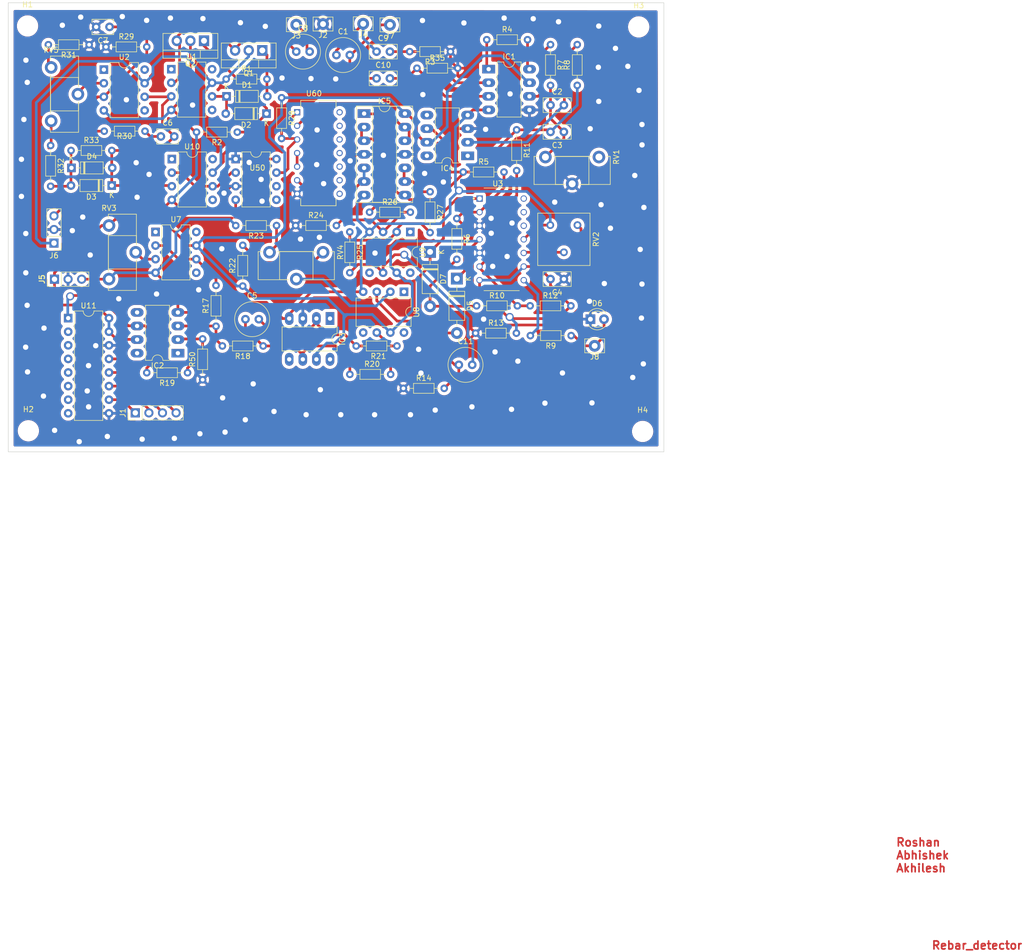
<source format=kicad_pcb>
(kicad_pcb (version 20221018) (generator pcbnew)
  (layers (0 "F.Cu" signal) (31 "B.Cu" signal) (34 "B.Paste" user) (35 "F.Paste" user) (36 "B.SilkS" user "B.Silkscreen") (37 "F.SilkS" user "F.Silkscreen") (38 "B.Mask" user) (39 "F.Mask" user) (44 "Edge.Cuts" user))
  (net 0 "")
  (net 1 "Net-(C2-Pad1)")
  (net 2 "Net-(C2-Pad2)")
  (net 3 "GND")
  (net 4 "Net-(C5-Pad1)")
  (net 5 "Net-(C5-Pad2)")
  (net 6 "Net-(C6-Pad1)")
  (net 7 "Vin")
  (net 8 "Net-(U2-+)")
  (net 9 "Net-(Q1-S)")
  (net 10 "Net-(C9-Pad2)")
  (net 11 "Net-(C10-Pad2)")
  (net 12 "Net-(D1-K)")
  (net 13 "Net-(D1-A)")
  (net 14 "Net-(D2-K)")
  (net 15 "Net-(D3-A)")
  (net 16 "Net-(D5-A)")
  (net 17 "Net-(D6-A)")
  (net 18 "Net-(IC1-Pad1)")
  (net 19 "-5V")
  (net 20 "Net-(IC1-Pad6)")
  (net 21 "+5V")
  (net 22 "Net-(IC1-Pad8)")
  (net 24 "Net-(IC2-Pad2)")
  (net 25 "Net-(IC2-Pad3)")
  (net 34 "Net-(IC5B-B)")
  (net 35 "Net-(IC5C-C)")
  (net 36 "-12V")
  (net 37 "Net-(IC5D-B)")
  (net 38 "Net-(IC5B-C)")
  (net 39 "+12V")
  (net 40 "Net-(J1-Pin_1)")
  (net 41 "Net-(J1-Pin_2)")
  (net 42 "Net-(J1-Pin_3)")
  (net 43 "Net-(J1-Pin_4)")
  (net 44 "Net-(U7--)")
  (net 45 "Net-(R21-Pad1)")
  (net 46 "Net-(R22-Pad2)")
  (net 47 "Net-(R23-Pad1)")
  (net 48 "Net-(U9-+)")
  (net 49 "Net-(U9--)")
  (net 50 "Net-(U8-+)")
  (net 51 "Net-(U60-1A)")
  (net 52 "Net-(R31-Pad2)")
  (net 53 "Net-(R32-Pad1)")
  (net 54 "Net-(U7-+)")
  (net 55 "Net-(U8--)")
  (net 56 "Net-(U2--)")
  (net 73 "Net-(U10--)")
  (net 85 "Net-(J4-Pin_1)")
  (net 86 "Net-(J7-Pin_1)")
  (net 87 "Net-(J3-Pin_1)")
  (net 88 "Net-(U60-2Y)")
  (net 95 "Net-(U60-VCC)")
  (net 96 "Net-(C4-Pad2)")
  (net 97 "Net-(D5-K)")
  (net 98 "Net-(D7-A)")
  (net 99 "Net-(R9-Pad2)")
  (net 100 "Net-(R10-Pad2)")
  (net 101 "Net-(RV2-Pad2)")
  (net 102 "Net-(U11-CH0)")
  (net 103 "Net-(IC5B-A)")
  (net 104 "Net-(C11-Pad2)")
  (footprint "Package_TO_SOT_THT:TO-220-3_Vertical" (layer "F.Cu") (at 63.6524 22.2706 180)
    (fp_text reference "Q1")
    (fp_text value "IRLZ44N")
  )
  (footprint "Resistor_THT:R_Axial_DIN0204_L3.6mm_D1.6mm_P7.62mm_Horizontal" (layer "F.Cu") (at 103.69 70)
    (fp_text reference "R10")
    (fp_text value "10k")
  )
  (footprint "Resistor_THT:R_Axial_DIN0204_L3.6mm_D1.6mm_P7.62mm_Horizontal" (layer "F.Cu") (at 90.0176 85.4202)
    (fp_text reference "R14")
    (fp_text value "1k")
  )
  (footprint "Resistor_THT:R_Axial_DIN0204_L3.6mm_D1.6mm_P7.62mm_Horizontal" (layer "F.Cu") (at 117.5 21.19 -90)
    (fp_text reference "R7")
    (fp_text value "7.6k")
  )
  (footprint "Resistor_THT:R_Axial_DIN0204_L3.6mm_D1.6mm_P7.62mm_Horizontal" (layer "F.Cu") (at 31.2928 21.209 180)
    (fp_text reference "R31")
    (fp_text value "10k")
  )
  (footprint "Package_DIP:DIP-8_W7.62mm" (layer "F.Cu") (at 46.6444 25.791)
    (fp_text reference "U1")
    (fp_text value "LM741")
  )
  (footprint "Connector_PinHeader_2.54mm:PinHeader_1x03_P2.54mm_Vertical" (layer "F.Cu") (at 24.725 58.28 180)
    (fp_text reference "J6")
    (fp_text value "Conn_01x03")
  )
  (footprint "Diode_THT:D_DO-41_SOD81_P10.16mm_Horizontal" (layer "F.Cu") (at 100 64.92 -90)
    (fp_text reference "D5")
    (fp_text value "1N4001")
  )
  (footprint "Resistor_THT:R_Axial_DIN0204_L3.6mm_D1.6mm_P7.62mm_Horizontal" (layer "F.Cu") (at 111.175 37.115 -90)
    (fp_text reference "R11")
    (fp_text value "20k")
  )
  (footprint "Resistor_THT:R_Axial_DIN0204_L3.6mm_D1.6mm_P7.62mm_Horizontal" (layer "F.Cu") (at 92.55 25.6)
    (fp_text reference "R35")
    (fp_text value "1.7K")
  )
  (footprint "Resistor_THT:R_Axial_DIN0204_L3.6mm_D1.6mm_P7.62mm_Horizontal" (layer "F.Cu") (at 41.7322 37.3634 180)
    (fp_text reference "R30")
    (fp_text value "1.3K")
  )
  (footprint "MountingHole:MountingHole_3mm" (layer "F.Cu") (at 19.7866 17.7038)
    (fp_text reference "H1")
    (fp_text value "MountingHole")
  )
  (footprint "Resistor_THT:R_Axial_DIN0204_L3.6mm_D1.6mm_P7.62mm_Horizontal" (layer "F.Cu") (at 27.915 40.975)
    (fp_text reference "R33")
    (fp_text value "10k")
  )
  (footprint "MountingHole:MountingHole_3mm" (layer "F.Cu") (at 19.939 93.345)
    (fp_text reference "H2")
    (fp_text value "MountingHole")
  )
  (footprint "Resistor_THT:R_Axial_DIN0204_L3.6mm_D1.6mm_P7.62mm_Horizontal" (layer "F.Cu") (at 55 73.81 90)
    (fp_text reference "R17")
    (fp_text value "1k")
  )
  (footprint "Capacitor_THT:C_Disc_D5.0mm_W2.5mm_P2.50mm" (layer "F.Cu") (at 117.5 32.5)
    (fp_text reference "C2")
    (fp_text value "0.1uF")
  )
  (footprint "Diode_THT:D_DO-35_SOD27_P7.62mm_Horizontal" (layer "F.Cu") (at 56.9722 30.861)
    (fp_text reference "D1")
    (fp_text value "1N4148")
  )
  (footprint "Connector_Pin:Pin_D1.1mm_L10.2mm_W3.5mm_Flat" (layer "F.Cu") (at 82.5 17.2974)
    (fp_text reference "J4")
    (fp_text value "Conn_01x01_Pin")
  )
  (footprint "Package_DIP:DIP-8_W7.62mm_LongPads" (layer "F.Cu") (at 105.95 25.775)
    (fp_text reference "IC1")
    (fp_text value "INA118")
  )
  (footprint "Capacitor_THT:C_Radial_D6.3mm_H5.0mm_P2.50mm" (layer "F.Cu") (at 100.37 81.026)
    (fp_text reference "C11")
    (fp_text value "1uF")
  )
  (footprint "Connector_Pin:Pin_D1.1mm_L10.2mm_W3.5mm_Flat" (layer "F.Cu") (at 125.75 77.475)
    (fp_text reference "J8")
    (fp_text value "Conn_01x01_Pin")
  )
  (footprint "MountingHole:MountingHole_3mm" (layer "F.Cu") (at 133.985 17.8816)
    (fp_text reference "H3")
    (fp_text value "MountingHole")
  )
  (footprint "LED_THT:LED_D3.0mm" (layer "F.Cu") (at 124.96 72.5)
    (fp_text reference "D6")
    (fp_text value "LED")
  )
  (footprint "Capacitor_THT:C_Radial_D6.3mm_H5.0mm_P2.50mm" (layer "F.Cu") (at 77.5 23.1394)
    (fp_text reference "C1")
    (fp_text value "4.7uF")
  )
  (footprint "Resistor_THT:R_Axial_DIN0204_L3.6mm_D1.6mm_P7.62mm_Horizontal" (layer "F.Cu") (at 58.9788 37.5412 180)
    (fp_text reference "R2")
    (fp_text value "10K")
  )
  (footprint "Resistor_THT:R_Axial_DIN0204_L3.6mm_D1.6mm_P7.62mm_Horizontal" (layer "F.Cu") (at 67.2592 31.115 -90)
    (fp_text reference "R28")
    (fp_text value "10k")
  )
  (footprint "Connector_Pin:Pin_D1.1mm_L10.2mm_W3.5mm_Flat" (layer "F.Cu") (at 75 17.3482)
    (fp_text reference "J2")
    (fp_text value "Conn_01x01_Pin")
  )
  (footprint "Diode_THT:D_DO-41_SOD81_P10.16mm_Horizontal" (layer "F.Cu") (at 95 59.92 -90)
    (fp_text reference "D7")
    (fp_text value "1N4001")
  )
  (footprint "Package_DIP:DIP-8_W7.62mm_LongPads" (layer "F.Cu") (at 102.025 41.975 180)
    (fp_text reference "IC4")
    (fp_text value "OP27Z")
  )
  (footprint "Connector_Pin:Pin_D1.1mm_L10.2mm_W3.5mm_Flat" (layer "F.Cu") (at 70 17.4752)
    (fp_text reference "J3")
    (fp_text value "Conn_01x01_Pin")
  )
  (footprint "Resistor_THT:R_Axial_DIN0204_L3.6mm_D1.6mm_P7.62mm_Horizontal" (layer "F.Cu") (at 69.88 55)
    (fp_text reference "R24")
    (fp_text value "10k")
  )
  (footprint "Package_DIP:DIP-16_W7.62mm" (layer "F.Cu") (at 27.38 72.3)
    (fp_text reference "U11")
    (fp_text value "MCP3008")
  )
  (footprint "Package_TO_SOT_THT:TO-220-3_Vertical" (layer "F.Cu") (at 52.7558 20.4724 180)
    (fp_text reference "Q2")
    (fp_text value "IRF9540N")
  )
  (footprint "Connector_Pin:Pin_D1.1mm_L10.2mm_W3.5mm_Flat" (layer "F.Cu") (at 87.5 17.5)
    (fp_text reference "J7")
    (fp_text value "Conn_01x01_Pin")
  )
  (footprint "Resistor_THT:R_Axial_DIN0204_L3.6mm_D1.6mm_P7.62mm_Horizontal" (layer "F.Cu") (at 113.69 70)
    (fp_text reference "R12")
    (fp_text value "20k")
  )
  (footprint "Resistor_THT:R_Axial_DIN0204_L3.6mm_D1.6mm_P7.62mm_Horizontal" (layer "F.Cu") (at 98.81 22.5 180)
    (fp_text reference "R3")
    (fp_text value "1.7K")
  )
  (footprint "Capacitor_THT:C_Disc_D3.8mm_W2.6mm_P2.50mm" (layer "F.Cu") (at 44.6986 38.354)
    (fp_text reference "C6")
    (fp_text value "22pF")
  )
  (footprint "Resistor_THT:R_Axial_DIN0204_L3.6mm_D1.6mm_P7.62mm_Horizontal" (layer "F.Cu") (at 121.3612 75.565 180)
    (fp_text reference "R9")
    (fp_text value "100")
  )
  (footprint "Package_DIP:DIP-8_W7.62mm" (layer "F.Cu") (at 34.046 25.8672)
    (fp_text reference "U2")
    (fp_text value "LM741")
  )
  (footprint "Package_DIP:DIP-8_W7.62mm_LongPads" (layer "F.Cu") (at 47.875 78.85 180)
    (fp_text reference "IC2")
    (fp_text value "OP27Z")
  )
  (footprint "Connector_PinHeader_2.54mm:PinHeader_1x04_P2.54mm_Vertical" (layer "F.Cu") (at 39.92 90 90)
    (fp_text reference "J1")
    (fp_text value "Conn_01x04_Pin")
  )
  (footprint "Package_DIP:DIP-8_W7.62mm" (layer "F.Cu") (at 43.7 56.2)
    (fp_text reference "U7")
    (fp_text value "LM741P")
  )
  (footprint "Resistor_THT:R_Axial_DIN0204_L3.6mm_D1.6mm_P7.62mm_Horizontal" (layer "F.Cu") (at 52.5 83.81 90)
    (fp_text reference "R50")
    (fp_text value "1k")
  )
  (footprint "Capacitor_THT:C_Disc_D5.0mm_W2.5mm_P2.50mm" (layer "F.Cu") (at 120 65 180)
    (fp_text reference "C4")
    (fp_text value "1uF")
  )
  (footprint "Package_DIP:DIP-8_W7.62mm" (layer "F.Cu") (at 46.746 42.5804)
    (fp_text reference "U10")
    (fp_text value "LM741P")
  )
  (footprint "Resistor_THT:R_Axial_DIN0204_L3.6mm_D1.6mm_P7.62mm_Horizontal" (layer "F.Cu") (at 83.69 52.5)
    (fp_text reference "R26")
    (fp_text value "10k")
  )
  (footprint "Resistor_THT:R_Axial_DIN0204_L3.6mm_D1.6mm_P7.62mm_Horizontal" (layer "F.Cu") (at 80.01 82.804)
    (fp_text reference "R20")
    (fp_text value "15k")
  )
  (footprint "Capacitor_THT:C_Disc_D5.0mm_W2.5mm_P2.50mm" (layer "F.Cu") (at 120 37.5 180)
    (fp_text reference "C3")
    (fp_text value "0.1uF")
  )
  (footprint "Diode_THT:D_DO-35_SOD27_P7.62mm_Horizontal" (layer "F.Cu") (at 27.99 44.225)
    (fp_text reference "D4")
    (fp_text value "1N4448")
  )
  (footprint "Capacitor_THT:C_Radial_D6.3mm_H5.0mm_P2.50mm" (layer "F.Cu") (at 70 22.5)
    (fp_text reference "C8")
    (fp_text value "4.7uF")
  )
  (footprint "LM324N_NOPB:DIP825W47P254L1917H533Q14" (layer "F.Cu") (at 108.3725 57.58)
    (fp_text reference "U3")
    (fp_text value "LM324N_NOPB")
  )
  (footprint "Potentiometer_THT:Potentiometer_ACP_CA14-H5_Horizontal" (layer "F.Cu") (at 35 55)
    (fp_text reference "RV3")
    (fp_text value "10k")
  )
  (footprint "Resistor_THT:R_Axial_DIN0204_L3.6mm_D1.6mm_P7.62mm_Horizontal" (layer "F.Cu") (at 100 53.69 -90)
    (fp_text reference "R6")
    (fp_text value "10k")
  )
  (footprint "Resistor_THT:R_Axial_DIN0204_L3.6mm_D1.6mm_P7.62mm_Horizontal" (layer "F.Cu") (at 95 48.69 -90)
    (fp_text reference "R27")
    (fp_text value "10k")
  )
  (footprint "Resistor_THT:R_Axial_DIN0204_L3.6mm_D1.6mm_P7.62mm_Horizontal" (layer "F.Cu") (at 101.19 45)
    (fp_text reference "R5")
    (fp_text value "10k")
  )
  (footprint "Resistor_THT:R_Axial_DIN0204_L3.6mm_D1.6mm_P7.62mm_Horizontal" (layer "F.Cu") (at 88.81 77.5 180)
    (fp_text reference "R21")
    (fp_text value "15k")
  )
  (footprint "Resistor_THT:R_Axial_DIN0204_L3.6mm_D1.6mm_P7.62mm_Horizontal" (layer "F.Cu") (at 34.4424 21.6154)
    (fp_text reference "R29")
    (fp_text value "1.3k")
  )
  (footprint "MountingHole:MountingHole_3mm" (layer "F.Cu") (at 134.7216 93.472)
    (fp_text reference "H4")
    (fp_text value "MountingHole")
  )
  (footprint "Potentiometer_THT:Potentiometer_ACP_CA14-H5_Horizontal" (layer "F.Cu") (at 24.1954 25.4546)
    (fp_text reference "RV5")
    (fp_text value "10k")
  )
  (footprint "Resistor_THT:R_Axial_DIN0204_L3.6mm_D1.6mm_P7.62mm_Horizontal" (layer "F.Cu") (at 66.31 55 180)
    (fp_text reference "R23")
    (fp_text value "10k")
  )
  (footprint "Package_DIP:DIP-8_W7.62mm_LongPads" (layer "F.Cu") (at 76.3 72.375 -90)
    (fp_text reference "IC3")
    (fp_text value "OP27Z")
  )
  (footprint "Capacitor_THT:C_Disc_D5.0mm_W2.5mm_P2.50mm" (layer "F.Cu") (at 85 27.5)
    (fp_text reference "C10")
    (fp_text value "0.1uF")
  )
  (footprint "Potentiometer_THT:Potentiometer_ACP_CA14-H5_Horizontal" (layer "F.Cu") (at 75 60 -90)
    (fp_text reference "RV4")
    (fp_text value "500")
  )
  (footprint "Resistor_THT:R_Axial_DIN0204_L3.6mm_D1.6mm_P7.62mm_Horizontal" (layer "F.Cu") (at 60 66.31 90)
    (fp_text reference "R22")
    (fp_text value "10k")
  )
  (footprint "Resistor_THT:R_Axial_DIN0204_L3.6mm_D1.6mm_P7.62mm_Horizontal" (layer "F.Cu") (at 122.5 28.81 90)
    (fp_text reference "R8")
    (fp_text value "30.47k")
  )
  (footprint "SN7404N_MODEL:DIP794W45P254L1969H508Q14" (layer "F.Cu") (at 74.1265 41.4528)
    (fp_text reference "U60")
    (fp_text value "SN7404N")
  )
  (footprint "Resistor_THT:R_Axial_DIN0204_L3.6mm_D1.6mm_P7.62mm_Horizontal" (layer "F.Cu") (at 49.6824 82.5 180)
    (fp_text reference "R19")
    (fp_text value "1k")
  )
  (footprint "Resistor_THT:R_Axial_DIN0204_L3.6mm_D1.6mm_P7.62mm_Horizontal" (layer "F.Cu") (at 24.1 40.04 -90)
    (fp_text reference "R32")
    (fp_text value "10k")
  )
  (footprint "Resistor_THT:R_Axial_DIN0204_L3.6mm_D1.6mm_P7.62mm_Horizontal" (layer "F.Cu") (at 103.505 75.1078)
    (fp_text reference "R13")
    (fp_text value "20k")
  )
  (footprint "Resistor_THT:R_Axial_DIN0204_L3.6mm_D1.6mm_P7.62mm_Horizontal" (layer "F.Cu") (at 105.59 20.275)
    (fp_text reference "R4")
    (fp_text value "470")
  )
  (footprint "Resistor_THT:R_Axial_DIN0204_L3.6mm_D1.6mm_P7.62mm_Horizontal" (layer "F.Cu") (at 56.896 27.6352)
    (fp_text reference "R1")
    (fp_text value "10K")
  )
  (footprint "Resistor_THT:R_Axial_DIN0204_L3.6mm_D1.6mm_P7.62mm_Horizontal" (layer "F.Cu") (at 80 56.19 -90)
    (fp_text reference "R25")
    (fp_text value "10k")
  )
  (footprint "Diode_THT:D_DO-35_SOD27_P7.62mm_Horizontal" (layer "F.Cu") (at 64.4398 34.0868 180)
    (fp_text reference "D2")
    (fp_text value "1N4148")
  )
  (footprint "Capacitor_THT:C_Disc_D5.0mm_W2.5mm_P2.50mm" (layer "F.Cu") (at 85 22.5)
    (fp_text reference "C9")
    (fp_text value "0.1uF")
  )
  (footprint "Package_DIP:DIP-14_W7.62mm_Socket_LongPads" (layer "F.Cu") (at 82.675 34.075)
    (fp_text reference "IC5")
    (fp_text value "4066")
  )
  (footprint "Package_DIP:DIP-8_W7.62mm" (layer "F.Cu") (at 90.12 67.38 -90)
    (fp_text reference "U8")
    (fp_text value "LM318N")
  )
  (footprint "Connector_PinHeader_2.54mm:PinHeader_1x03_P2.54mm_Vertical" (layer "F.Cu") (at 24.82 65.025 90)
    (fp_text reference "J5")
    (fp_text value "Conn_01x03")
  )
  (footprint "Potentiometer_THT:Potentiometer_Bourns_3386F_Vertical" (layer "F.Cu") (at 117.46 54.92 -90)
    (fp_text reference "RV2")
    (fp_text value "5k")
  )
  (footprint "Package_DIP:DIP-8_W7.62mm" (layer "F.Cu") (at 91.3 56.2 -90)
    (fp_text reference "U9")
    (fp_text value "LM741P")
  )
  (footprint "Diode_THT:D_DO-35_SOD27_P7.62mm_Horizontal" (layer "F.Cu") (at 35.515 47.525 180)
    (fp_text reference "D3")
    (fp_text value "1N4448")
  )
  (footprint "Potentiometer_THT:Potentiometer_ACP_CA14-H5_Horizontal" (layer "F.Cu") (at 126.55 42.2 -90)
    (fp_text reference "RV1")
    (fp_text value "100")
  )
  (footprint "Capacitor_THT:C_Disc_D3.8mm_W2.6mm_P2.50mm" (layer "F.Cu") (at 35.1082 17.8816 180)
    (fp_text reference "C7")
    (fp_text value "22pF")
  )
  (footprint "Package_DIP:DIP-8_W7.62mm" (layer "F.Cu") (at 58.674 42.5704)
    (fp_text reference "U50")
    (fp_text value "LM311N")
  )
  (footprint "Resistor_THT:R_Axial_DIN0204_L3.6mm_D1.6mm_P7.62mm_Horizontal" (layer "F.Cu") (at 63.81 77.5 180)
    (fp_text reference "R18")
    (fp_text value "1k")
  )
  (footprint "Capacitor_THT:C_Radial_D6.3mm_H5.0mm_P2.50mm" (layer "F.Cu") (at 60.5 72.5)
    (fp_text reference "C5")
    (fp_text value "1uF")
  )
  (gr_rect (start 16.1798 13.3731) (end 138.684 97.285) (stroke (width 0.1)) (fill none) (layer "Edge.Cuts"))
  (gr_text "Rebar_detector\n" (at 188.6 190.375) (layer "F.Cu") (effects (font (size 1.5 1.5) (thickness 0.3) bold) (justify left bottom)))
  (gr_text "Roshan\nAbhishek\nAkhilesh" (at 181.95 175.95) (layer "F.Cu") (effects (font (size 1.5 1.5) (thickness 0.3) bold) (justify left bottom)))
  (segment (start 120 38.75) (end 116.55 42.2) (width 0.5) (layer "F.Cu") (net 1))
  (segment (start 117.5 35) (end 120 37.5) (width 0.5) (layer "F.Cu") (net 1))
  (segment (start 117.5 32.5) (end 117.5 28.81) (width 0.5) (layer "F.Cu") (net 1))
  (segment (start 117.5 32.5) (end 117.5 35) (width 0.5) (layer "F.Cu") (net 1))
  (segment (start 120 37.5) (end 120 38.75) (width 0.5) (layer "F.Cu") (net 1))
  (segment (start 120.0912 23.5988) (end 122.5 21.19) (width 0.5) (layer "F.Cu") (net 2))
  (segment (start 120.0912 32.4088) (end 120.0912 23.5988) (width 0.5) (layer "F.Cu") (net 2))
  (segment (start 120 32.5) (end 120.0912 32.4088) (width 0.5) (layer "F.Cu") (net 2))
  (segment (start 102.025 39.435) (end 113.065 39.435) (width 0.5) (layer "B.Cu") (net 2))
  (segment (start 113.065 39.435) (end 120 32.5) (width 0.5) (layer "B.Cu") (net 2))
  (segment (start 81.2664 41.695) (end 82.675 41.695) (width 0.5) (layer "F.Cu") (net 3))
  (segment (start 24.725 55.74) (end 27.94 55.74) (width 0.5) (layer "F.Cu") (net 3))
  (segment (start 109.95 32.353) (end 110.992 33.395) (width 0.5) (layer "F.Cu") (net 3))
  (segment (start 57.7996 47.6504) (end 56.5 48.95) (width 0.5) (layer "F.Cu") (net 3))
  (segment (start 124.96 72.5) (end 124.96 69.335) (width 0.5) (layer "F.Cu") (net 3))
  (segment (start 58.674 47.6504) (end 57.7996 47.6504) (width 0.5) (layer "F.Cu") (net 3))
  (segment (start 124.96 69.335) (end 124.775 69.15) (width 0.5) (layer "F.Cu") (net 3))
  (segment (start 105.245 36.895) (end 105.375 37.025) (width 0.5) (layer "F.Cu") (net 3))
  (segment (start 27.94 55.74) (end 28.15 55.95) (width 0.5) (layer "F.Cu") (net 3))
  (segment (start 60.565879 42.5704) (end 61.204813 43.209334) (width 0.5) (layer "F.Cu") (net 3))
  (segment (start 102.025 36.895) (end 105.245 36.895) (width 0.5) (layer "F.Cu") (net 3))
  (segment (start 98.81 22.5) (end 98.81 24.24) (width 0.5) (layer "F.Cu") (net 3))
  (segment (start 82.1944 41.3512) (end 83.2262 41.3512) (width 0.5) (layer "F.Cu") (net 3))
  (segment (start 58.674 42.5704) (end 60.565879 42.5704) (width 0.5) (layer "F.Cu") (net 3))
  (segment (start 80.0608 42.9006) (end 81.2664 41.695) (width 0.5) (layer "F.Cu") (net 3))
  (segment (start 98.81 24.24) (end 100.17 25.6) (width 0.5) (layer "F.Cu") (net 3))
  (segment (start 110.992 33.395) (end 113.57 33.395) (width 0.5) (layer "F.Cu") (net 3))
  (segment (start 109.95 30.4) (end 109.95 32.353) (width 0.5) (layer "F.Cu") (net 3))
  (segment (start 32.595 77.38) (end 32.525 77.45) (width 0.5) (layer "F.Cu") (net 3))
  (segment (start 35 77.38) (end 32.595 77.38) (width 0.5) (layer "F.Cu") (net 3))
  (via (at 63.4238 46.3804) (size 1.5) (drill 1) (layers "F.Cu" "B.Cu") (net 3))
  (via (at 73.8886 37.1348) (size 1.5) (drill 1) (layers "F.Cu" "B.Cu") (net 3))
  (via (at 26.289 17.5768) (size 1.5) (drill 1) (layers "F.Cu" "B.Cu") (net 3))
  (via (at 134.493 72.2884) (size 1.5) (drill 1) (layers "F.Cu" "B.Cu") (net 3))
  (via (at 36.83 68.6816) (size 1.5) (drill 1) (layers "F.Cu" "B.Cu") (net 3))
  (via (at 56.0832 59.3344) (size 1.5) (drill 1) (layers "F.Cu" "B.Cu") (net 3))
  (via (at 19.4564 56.4896) (size 1.5) (drill 1) (layers "F.Cu" "B.Cu") (net 3))
  (via (at 22.86 74.168) (size 1.5) (drill 1) (layers "F.Cu" "B.Cu") (net 3))
  (via (at 31.1912 88.8746) (size 1.5) (drill 1) (layers "F.Cu" "B.Cu") (net 3))
  (via (at 51.7652 67.0052) (size 1.5) (drill 1) (layers "F.Cu" "B.Cu") (net 3))
  (via (at 118.999 16.9164) (size 1.5) (drill 1) (layers "F.Cu" "B.Cu") (net 3))
  (via (at 74.3204 57.2008) (size 1.5) (drill 1) (layers "F.Cu" "B.Cu") (net 3))
  (via (at 19.4818 24.1046) (size 1.5) (drill 1) (layers "F.Cu" "B.Cu") (net 3))
  (via (at 106.7 62.625) (size 1.5) (drill 1) (layers "F.Cu" "B.Cu") (net 3))
  (via (at 19.7866 82.3468) (size 1.5) (drill 1) (layers "F.Cu" "B.Cu") (net 3))
  (via (at 86.275 41.875) (size 1.5) (drill 1) (layers "F.Cu" "B.Cu") (net 3))
  (via (at 134.5946 65.9384) (size 1.5) (drill 1) (layers "F.Cu" "B.Cu") (net 3))
  (via (at 119.7356 82.55) (size 1.5) (drill 1) (layers "F.Cu" "B.Cu") (net 3))
  (via (at 18.6436 42.6212) (size 1.5) (drill 1) (layers "F.Cu" "B.Cu") (net 3))
  (via (at 46.482 16.2306) (size 1.5) (drill 1) (layers "F.Cu" "B.Cu") (net 3))
  (via (at 56.6928 93.599) (size 1.5) (drill 1) (layers "F.Cu" "B.Cu") (net 3))
  (via (at 109.95 30.4) (size 1.5) (drill 1) (layers "F.Cu" "B.Cu") (net 3))
  (via (at 42.037 16.6624) (size 1.5) (drill 1) (layers "F.Cu" "B.Cu") (net 3))
  (via (at 97.4852 46.863) (size 1.5) (drill 1) (layers "F.Cu" "B.Cu") (net 3))
  (via (at 134.605479 39.927493) (size 1.5) (drill 1) (layers "F.Cu" "B.Cu") (net 3))
  (via (at 125.2474 88.138) (size 1.5) (drill 1) (layers "F.Cu" "B.Cu") (net 3))
  (via (at 41.1988 94.9198) (size 1.5) (drill 1) (layers "F.Cu" "B.Cu") (net 3))
  (via (at 118.2878 50.6222) (size 1.5) (drill 1) (layers "F.Cu" "B.Cu") (net 3))
  (via (at 105.375 37.025) (size 1.5) (drill 1) (layers "F.Cu" "B.Cu") (net 3))
  (via (at 70.7898 57.531) (size 1.5) (drill 1) (layers "F.Cu" "B.Cu") (net 3))
  (via (at 116.459 88.1888) (size 1.5) (drill 1) (layers "F.Cu" "B.Cu") (net 3))
  (via (at 95.9612 89.4842) (size 1.5) (drill 1) (layers "F.Cu" "B.Cu") (net 3))
  (via (at 22.7584 86.868) (size 1.5) (drill 1) (layers "F.Cu" "B.Cu") (net 3))
  (via (at 106.4006 53.6448) (size 1.5) (drill 1) (layers "F.Cu" "B.Cu") (net 3))
  (via (at 127.5588 65.8368) (size 1.5) (drill 1) (layers "F.Cu" "B.Cu") (net 3))
  (via (at 78.314532 90.343103) (size 1.5) (drill 1) (layers "F.Cu" "B.Cu") (net 3))
  (via (at 30.9372 85.9028) (size 1.5) (drill 1) (layers "F.Cu" "B.Cu") (net 3))
  (via (at 56.5 48.95) (size 1.5) (drill 1) (layers "F.Cu" "B.Cu") (net 3))
  (via (at 84.6328 90.3478) (size 1.5) (drill 1) (layers "F.Cu" "B.Cu") (net 3))
  (via (at 129.6416 21.8948) (size 1.5) (drill 1) (layers "F.Cu" "B.Cu") (net 3))
  (via (at 77.3684 27.6098) (size 1.5) (drill 1) (layers "F.Cu" "B.Cu") (net 3))
  (via (at 132.8674 83.3882) (size 1.5) (drill 1) (layers "F.Cu" "B.Cu") (net 3))
  (via (at 134.2644 59.4614) (size 1.5) (drill 1) (layers "F.Cu" "B.Cu") (net 3))
  (via (at 114.2746 16.3576) (size 1.5) (drill 1) (layers "F.Cu" "B.Cu") (net 3))
  (via (at 56.2356 87.1982) (size 1.5) (drill 1) (layers "F.Cu" "B.Cu") (net 3))
  (via (at 31.18 81.175) (size 1.5) (drill 1) (layers "F.Cu" "B.Cu") (net 3))
  (via (at 75.1078 47.1678) (size 1.5) (drill 1) (layers "F.Cu" "B.Cu") (net 3))
  (via (at 19.7104 69.9008) (size 1.5) (drill 1) (layers "F.Cu" "B.Cu") (net 3))
  (via (at 110.216358 89.341355) (size 1.5) (drill 1) (layers "F.Cu" "B.Cu") (net 3))
  (via (at 105.0036 72.4916) (size 1.5) (drill 1) (layers "F.Cu" "B.Cu") (net 3))
  (via (at 108.839 16.2306) (size 1.5) (drill 1) (layers "F.Cu" "B.Cu") (net 3))
  (via (at 18.6436 49.5554) (size 1.5) (drill 1) (layers "F.Cu" "B.Cu") (net 3))
  (via (at 134.9502 51.6128) (size 1.5) (drill 1) (layers "F.Cu" "B.Cu") (net 3))
  (via (at 61.9506 84.582) (size 1.5) (drill 1) (layers "F.Cu" "B.Cu") (net 3))
  (via (at 126.5174 17.7292) (size 1.5) (drill 1) (layers "F.Cu" "B.Cu") (net 3))
  (via (at 110.3122 54.5338) (size 1.5) (drill 1) (layers "F.Cu" "B.Cu") (net 3))
  (via (at 65.8368 89.7382) (size 1.5) (drill 1) (layers "F.Cu" "B.Cu") (net 3))
  (via (at 124.9172 36.9062) (size 1.5) (drill 1) (layers "F.Cu" "B.Cu") (net 3))
  (via (at 126.4412 25.4254) (size 1.5) (drill 1) (layers "F.Cu" "B.Cu") (net 3))
  (via (at 74.4982 85.6742) (size 1.5) (drill 1) (layers "F.Cu" "B.Cu") (net 3))
  (via (at 19.431 77.724) (size 1.5) (drill 1) (layers "F.Cu" "B.Cu") (net 3))
  (via (at 50.6222 32.4866) (size 1.5) (drill 1) (layers "F.Cu" "B.Cu") (net 3))
  (via (at 31.496 60.5028) (size 1.5) (drill 1) (layers "F.Cu" "B.Cu") (net 3))
  (via (at 133.2484 45.6438) (size 1.5) (drill 1) (layers "F.Cu" "B.Cu") (net 3))
  (via (at 63.6016 50.4444) (size 1.5) (drill 1) (layers "F.Cu" "B.Cu") (net 3))
  (via (at 24.8412 93.2688) (size 1.5) (drill 1) (layers "F.Cu" "B.Cu") (net 3))
  (via (at 101.3206 17.145) (size 1.5) (drill 1) (layers "F.Cu" "B.Cu") (net 3))
  (via (at 40.0812 43.2562) (size 1.5) (drill 1) (layers "F.Cu" "B.Cu") (net 3))
  (via (at 32.525 77.45) (size 1.5) (drill 1) (layers "F.Cu" "B.Cu") (net 3))
  (via (at 92.8624 78.1304) (size 1.5) (drill 1) (layers "F.Cu" "B.Cu") (net 3))
  (via (at 38.2524 31.496) (size 1.5) (drill 1) (layers "F.Cu" "B.Cu") (net 3))
  (via (at 134.5946 36.1188) (size 1.5) (drill 1) (layers "F.Cu" "B.Cu") (net 3))
  (via (at 93.6498 30.5308) (size 1.5) (drill 1) (layers "F.Cu" "B.Cu") (net 3))
  (via (at 124.775 69.15) (size 1.5) (drill 1) (layers "F.Cu" "B.Cu") (net 3))
  (via (at 37.4904 15.9512) (size 1.5) (drill 1) (layers "F.Cu" "B.Cu") (net 3))
  (via (at 131.953 25.2476) (size 1.5) (drill 1) (layers "F.Cu" "B.Cu") (net 3))
  (via (at 34.6964 94.4118) (size 1.5) (drill 1) (layers "F.Cu" "B.Cu") (net 3))
  (via (at 126.9492 51.1048) (size 1.5) (drill 1) (layers "F.Cu" "B.Cu") (net 3))
  (via (at 64.2112 17.78) (size 1.5) (drill 1) (layers "F.Cu" "B.Cu") (net 3))
  (via (at 93.98 45.2628) (size 1.5) (drill 1) (layers "F.Cu" "B.Cu") (net 3))
  (via (at 107.1372 78.613) (size 1.5) (drill 1) (layers "F.Cu" "B.Cu") (net 3))
  (via (at 128.7018 55.499) (size 1.5) (drill 1) (layers "F.Cu" "B.Cu") (net 3))
  (via (at 80.0608 42.9006) (size 1.5) (drill 1) (layers "F.Cu" "B.Cu") (net 3))
  (via (at 19.4564 63.8302) (size 1.5) (drill 1) (layers "F.Cu" "B.Cu") (net 3))
  (via (at 134.8486 80.8482) (size 1.5) (drill 1) (layers "F.Cu" "B.Cu") (net 3))
  (via (at 28.15 55.95) (size 1.5) (drill 1) (layers "F.Cu" "B.Cu") (net 3))
  (via (at 51.9938 93.9038) (size 1.5) (drill 1) (layers "F.Cu" "B.Cu") (net 3))
  (via (at 40.259 49.7078) (size 1.5) (drill 1) (layers "F.Cu" "B.Cu") (net 3))
  (via (at 19.729974 28.244363) (size 1.5) (drill 1) (layers "F.Cu" "B.Cu") (net 3))
  (via (at 43.8912 67.7926) (size 1.5) (drill 1) (layers "F.Cu" "B.Cu") (net 3))
  (via (at 93.5736 16.6878) (size 1.5) (drill 1) (layers "F.Cu" "B.Cu") (net 3))
  (via (at 106.426 56.4388) (size 1.5) (drill 1) (layers "F.Cu" "B.Cu") (net 3))
  (via (at 102.8192 88.8746) (size 1.5) (drill 1) (layers "F.Cu" "B.Cu") (net 3))
  (via (at 61.204813 43.209334) (size 1.5) (drill 1) (layers "F.Cu" "B.Cu") (net 3))
  (via (at 30.099 53.4162) (size 1.5) (drill 1) (layers "F.Cu" "B.Cu") (net 3))
  (via (at 71.841698 90.343103) (size 1.5) (drill 1) (layers "F.Cu" "B.Cu") (net 3))
  (via (at 59.563 17.0942) (size 1.5) (drill 1) (layers "F.Cu" "B.Cu") (net 3))
  (via (at 29.718 16.0528) (size 1.5) (drill 1) (layers "F.Cu" "B.Cu") (net 3))
  (via (at 52.5526 16.3322) (size 1.5) (drill 1) (layers "F.Cu" "B.Cu") (net 3))
  (via (at 73.8124 43.6118) (size 1.5) (drill 1) (layers "F.Cu" "B.Cu") (net 3))
  (via (at 111.4044 80.3402) (size 1.5) (drill 1) (layers "F.Cu" "B.Cu") (net 3))
  (via (at 42.4942 45.4406) (size 1.5) (drill 1) (layers "F.Cu" "B.Cu") (net 3))
  (via (at 93.2942 82.5754) (size 1.5) (drill 1) (layers "F.Cu" "B.Cu") (net 3))
  (via (at 67.3354 27.432) (size 1.5) (drill 1) (layers "F.Cu" "B.Cu") (net 3))
  (via (at 91.337258 90.343103) (size 1.5) (drill 1) (layers "F.Cu" "B.Cu") (net 3))
  (via (at 84.709 60.1472) (size 1.5) (drill 1) (layers "F.Cu" "B.Cu") (net 3))
  (via (at 29.4386 95.377) (size 1.5) (drill 1) (layers "F.Cu" "B.Cu") (net 3))
  (via (at 72.7456 27.5336) (size 1.5) (drill 1) (layers "F.Cu" "B.Cu") (net 3))
  (via (at 60.4774 91.2876) (size 1.5) (drill 1) (layers "F.Cu" "B.Cu") (net 3))
  (via (at 19.1008 35.179) (size 1.5) (drill 1) (layers "F.Cu" "B.Cu") (net 3))
  (via (at 47.2186 94.7674) (size 1.5) (drill 1) (layers "F.Cu" "B.Cu") (net 3))
  (via (at 126.5174 31.8008) (size 1.5) (drill 1) (layers "F.Cu" "B.Cu") (net 3))
  (via (at 134.0358 29.7434) (size 1.5) (drill 1) (layers "F.Cu" "B.Cu") (net 3))
  (via (at 109.3978 60.7822) (size 1.5) (drill 1) (layers "F.Cu" "B.Cu") (net 3))
  (segment (start 82.675 41.695) (end 86.095 41.695) (width 0.5) (layer "B.Cu") (net 3))
  (segment (start 86.275 41.875) (end 90.115 41.875) (width 0.5) (layer "B.Cu") (net 3))
  (segment (start 86.095 41.695) (end 86.275 41.875) (width 0.5) (layer "B.Cu") (net 3))
  (segment (start 106.7 62.625) (end 106.7 62.575) (width 0.5) (layer "B.Cu") (net 3))
  (segment (start 90.115 41.875) (end 90.295 41.695) (width 0.5) (layer "B.Cu") (net 3))
  (segment (start 106.7 62.575) (end 104.245 60.12) (width 0.5) (layer "B.Cu") (net 3))
  (segment (start 80.01 80.13) (end 77.38 77.5) (width 0.5) (layer "F.Cu") (net 4))
  (segment (start 69.5498 77.5) (end 63.81 77.5) (width 0.5) (layer "F.Cu") (net 4))
  (segment (start 72.5 77.5) (end 71.23 78.77) (width 0.5) (layer "F.Cu") (net 4))
  (segment (start 70.8198 78.77) (end 69.5498 77.5) (width 0.5) (layer "F.Cu") (net 4))
  (segment (start 60.5 74.19) (end 60.5 72.5) (width 0.5) (layer "F.Cu") (net 4))
  (segment (start 77.38 77.5) (end 72.5 77.5) (width 0.5) (layer "F.Cu") (net 4))
  (segment (start 80.01 82.804) (end 80.01 80.13) (width 0.5) (layer "F.Cu") (net 4))
  (segment (start 71.23 78.77) (end 70.8198 78.77) (width 0.5) (layer "F.Cu") (net 4))
  (segment (start 63.81 77.5) (end 60.5 74.19) (width 0.5) (layer "F.Cu") (net 4))
  (segment (start 73.76 73.2774) (end 75.8952 75.4126) (width 0.5) (layer "F.Cu") (net 5))
  (segment (start 75.8952 75.4126) (end 79.1026 75.4126) (width 0.5) (layer "F.Cu") (net 5))
  (segment (start 84.612 77.5) (end 81.19 77.5) (width 0.5) (layer "F.Cu") (net 5))
  (segment (start 87.63 80.518) (end 84.612 77.5) (width 0.5) (layer "F.Cu") (net 5))
  (segment (start 65.3284 74.8284) (end 72.009 74.8284) (width 0.5) (layer "F.Cu") (net 5))
  (segment (start 73.76 73.0774) (end 73.76 72.375) (width 0.5) (layer "F.Cu") (net 5))
  (segment (start 72.009 74.8284) (end 73.76 73.0774) (width 0.5) (layer "F.Cu") (net 5))
  (segment (start 79.1026 75.4126) (end 81.19 77.5) (width 0.5) (layer "F.Cu") (net 5))
  (segment (start 73.76 72.375) (end 73.76 73.2774) (width 0.5) (layer "F.Cu") (net 5))
  (segment (start 87.63 82.804) (end 87.63 80.518) (width 0.5) (layer "F.Cu") (net 5))
  (segment (start 63 72.5) (end 65.3284 74.8284) (width 0.5) (layer "F.Cu") (net 5))
  (segment (start 44.6986 38.354) (end 42.7228 38.354) (width 0.5) (layer "F.Cu") (net 6))
  (segment (start 42.7228 38.354) (end 41.7322 37.3634) (width 0.5) (layer "F.Cu") (net 6))
  (segment (start 46.5682 30.9472) (end 46.6444 30.871) (width 0.5) (layer "F.Cu") (net 7))
  (segment (start 41.666 30.9472) (end 46.5682 30.9472) (width 0.5) (layer "F.Cu") (net 7))
  (segment (start 46.6106 47.525) (end 46.746 47.6604) (width 0.5) (layer "F.Cu") (net 7))
  (segment (start 45 36.1554) (end 47.1986 38.354) (width 0.5) (layer "F.Cu") (net 7))
  (segment (start 45 32.5) (end 45 36.1554) (width 0.5) (layer "F.Cu") (net 7))
  (segment (start 35.515 47.525) (end 46.6106 47.525) (width 0.5) (layer "F.Cu") (net 7))
  (segment (start 44.5776 40.975) (end 35.535 40.975) (width 0.5) (layer "F.Cu") (net 7))
  (segment (start 45.0154 32.5) (end 45 32.5) (width 0.5) (layer "F.Cu") (net 7))
  (segment (start 35.515 40.995) (end 35.535 40.975) (width 0.5) (layer "F.Cu") (net 7))
  (segment (start 35.515 47.525) (end 35.515 40.995) (width 0.5) (layer "F.Cu") (net 7))
  (segment (start 47.1986 38.354) (end 44.5776 40.975) (width 0.5) (layer "F.Cu") (net 7))
  (segment (start 46.6444 30.871) (end 45.0154 32.5) (width 0.5) (layer "F.Cu") (net 7))
  (segment (start 31.6484 36.3474) (end 32.6644 37.3634) (width 0.5) (layer "F.Cu") (net 8))
  (segment (start 42.0624 21.6154) (end 42.0624 22.9308) (width 0.5) (layer "F.Cu") (net 8))
  (segment (start 39.8816 17.8816) (end 35.1082 17.8816) (width 0.5) (layer "F.Cu") (net 8))
  (segment (start 32.6644 37.3634) (end 34.1122 37.3634) (width 0.5) (layer "F.Cu") (net 8))
  (segment (start 31.6484 32.1818) (end 31.6484 36.3474) (width 0.5) (layer "F.Cu") (net 8))
  (segment (start 34.046 30.9472) (end 32.883 30.9472) (width 0.5) (layer "F.Cu") (net 8))
  (segment (start 32.883 30.9472) (end 31.6484 32.1818) (width 0.5) (layer "F.Cu") (net 8))
  (segment (start 42.0624 21.6154) (end 42.0624 20.0624) (width 0.5) (layer "F.Cu") (net 8))
  (segment (start 42.0624 20.0624) (end 39.8816 17.8816) (width 0.5) (layer "F.Cu") (net 8))
  (segment (start 42.0624 22.9308) (end 34.046 30.9472) (width 0.5) (layer "F.Cu") (net 8))
  (segment (start 60.5536 19.9644) (end 67.4644 19.9644) (width 0.5) (layer "F.Cu") (net 9))
  (segment (start 49.4792 17.9578) (end 47.6758 19.7612) (width 0.5) (layer "F.Cu") (net 9))
  (segment (start 56.8452 20.5434) (end 56.8452 18.923) (width 0.5) (layer "F.Cu") (net 9))
  (segment (start 47.6758 19.7612) (end 47.6758 20.4724) (width 0.5) (layer "F.Cu") (net 9))
  (segment (start 67.4644 19.9644) (end 70 22.5) (width 0.5) (layer "F.Cu") (net 9))
  (segment (start 55.88 17.9578) (end 49.4792 17.9578) (width 0.5) (layer "F.Cu") (net 9))
  (segment (start 58.5724 22.2706) (end 58.5724 21.9456) (width 0.5) (layer "F.Cu") (net 9))
  (segment (start 58.5724 21.9456) (end 60.5536 19.9644) (width 0.5) (layer "F.Cu") (net 9))
  (segment (start 48.1944 27.341) (end 47.2044 28.331) (width 0.5) (layer "F.Cu") (net 9))
  (segment (start 47.6758 20.4724) (end 48.1944 20.991) (width 0.5) (layer "F.Cu") (net 9))
  (segment (start 48.1944 20.991) (end 48.1944 27.341) (width 0.5) (layer "F.Cu") (net 9))
  (segment (start 56.8452 18.923) (end 55.88 17.9578) (width 0.5) (layer "F.Cu") (net 9))
  (segment (start 58.5724 22.2706) (end 56.8452 20.5434) (width 0.5) (layer "F.Cu") (net 9))
  (segment (start 47.2044 28.331) (end 46.6444 28.331) (width 0.5) (layer "F.Cu") (net 9))
  (segment (start 94.09 22.5) (end 99.905 28.315) (width 0.5) (layer "F.Cu") (net 10))
  (segment (start 87.5 22.5) (end 91.19 22.5) (width 0.5) (layer "F.Cu") (net 10))
  (segment (start 99.905 28.315) (end 105.95 28.315) (width 0.5) (layer "F.Cu") (net 10))
  (segment (start 91.19 22.5) (end 94.09 22.5) (width 0.5) (layer "F.Cu") (net 10))
  (segment (start 92.55 25.6) (end 92.55 25.875) (width 0.5) (layer "F.Cu") (net 11))
  (segment (start 90.65 27.5) (end 92.55 25.6) (width 0.5) (layer "F.Cu") (net 11))
  (segment (start 92.55 25.6) (end 97.805 30.855) (width 0.5) (layer "F.Cu") (net 11))
  (segment (start 92.55 25.875) (end 92.375 26.05) (width 0.5) (layer "F.Cu") (net 11))
  (segment (start 97.805 30.855) (end 105.95 30.855) (width 0.5) (layer "F.Cu") (net 11))
  (segment (start 87.5 27.5) (end 90.65 27.5) (width 0.5) (layer "F.Cu") (net 11))
  (segment (start 56.9722 30.861) (end 56.9722 33.9344) (width 0.5) (layer "F.Cu") (net 12))
  (segment (start 56.9622 30.871) (end 56.9722 30.861) (width 0.5) (layer "F.Cu") (net 12))
  (segment (start 56.9722 33.9344) (end 56.8198 34.0868) (width 0.5) (layer "F.Cu") (net 12))
  (segment (start 54.2644 30.871) (end 56.9622 30.871) (width 0.5) (layer "F.Cu") (net 12))
  (segment (start 64.516 23.1342) (end 63.6524 22.2706) (width 0.5) (layer "F.Cu") (net 13))
  (segment (start 64.516 30.7848) (end 64.5922 30.861) (width 0.5) (layer "F.Cu") (net 13))
  (segment (start 64.516 27.6352) (end 64.516 30.7848) (width 0.5) (layer "F.Cu") (net 13))
  (segment (start 64.516 27.6352) (end 64.516 23.1342) (width 0.5) (layer "F.Cu") (net 13))
  (segment (start 64.4398 34.0868) (end 64.4398 33.0868) (width 0.5) (layer "F.Cu") (net 14))
  (segment (start 60.9854 37.5412) (end 64.4398 34.0868) (width 0.5) (layer "F.Cu") (net 14))
  (segment (start 58.9788 37.5412) (end 60.9854 37.5412) (width 0.5) (layer "F.Cu") (net 14))
  (segment (start 52.7558 21.4028) (end 52.7558 20.4724) (width 0.5) (layer "F.Cu") (net 14))
  (segment (start 64.4398 33.0868) (end 52.7558 21.4028) (width 0.5) (layer "F.Cu") (net 14))
  (segment (start 24.1 47.66) (end 27.76 47.66) (width 0.5) (layer "F.Cu") (net 15))
  (segment (start 27.895 47.525) (end 27.895 40.995) (width 0.5) (layer "F.Cu") (net 15))
  (segment (start 27.895 40.995) (end 27.915 40.975) (width 0.5) (layer "F.Cu") (net 15))
  (segment (start 27.76 47.66) (end 27.895 47.525) (width 0.5) (layer "F.Cu") (net 15))
  (segment (start 95 62.5) (end 93.15 64.35) (width 0.5) (layer "F.Cu") (net 16))
  (segment (start 95.08 75.08) (end 100 75.08) (width 0.5) (layer "F.Cu") (net 16))
  (segment (start 93.15 64.35) (end 93.15 73.15) (width 0.5) (layer "F.Cu") (net 16))
  (segment (start 97.5 52.5) (end 97.5 57.42) (width 0.5) (layer "F.Cu") (net 16))
  (segment (start 100.04 49.96) (end 97.5 52.5) (width 0.5) (layer "F.Cu") (net 16))
  (segment (start 95 59.92) (end 95 62.5) (width 0.5) (layer "F.Cu") (net 16))
  (segment (start 104.245 49.96) (end 100.04 49.96) (width 0.5) (layer "F.Cu") (net 16))
  (segment (start 93.15 73.15) (end 95.08 75.08) (width 0.5) (layer "F.Cu") (net 16))
  (segment (start 97.5 57.42) (end 95 59.92) (width 0.5) (layer "F.Cu") (net 16))
  (segment (start 125.75 77.475) (end 123.785 77.475) (width 0.5) (layer "F.Cu") (net 17))
  (segment (start 127.5 75.725) (end 125.75 77.475) (width 0.5) (layer "F.Cu") (net 17))
  (segment (start 123.785 77.475) (end 121.875 75.565) (width 0.5) (layer "F.Cu") (net 17))
  (segment (start 121.875 75.565) (end 121.3612 75.565) (width 0.5) (layer "F.Cu") (net 17))
  (segment (start 127.5 72.5) (end 127.5 75.725) (width 0.5) (layer "F.Cu") (net 17))
  (segment (start 105.59 20.275) (end 105.59 25.415) (width 0.5) (layer "F.Cu") (net 18))
  (segment (start 105.59 25.415) (end 105.95 25.775) (width 0.5) (layer "F.Cu") (net 18))
  (segment (start 47.875 71.23) (end 47.875 67.995) (width 0.5) (layer "F.Cu") (net 19))
  (segment (start 68.68 71.5534) (end 72.8534 67.38) (width 0.5) (layer "F.Cu") (net 19))
  (segment (start 117.46 54.92) (end 115.16 54.92) (width 0.5) (layer "F.Cu") (net 19))
  (segment (start 68.68 72.375) (end 67.4474 72.375) (width 0.5) (layer "F.Cu") (net 19))
  (segment (start 102.985 33.395) (end 102.025 34.355) (width 0.5) (layer "F.Cu") (net 19))
  (segment (start 47.875 67.995) (end 43.7 63.82) (width 0.5) (layer "F.Cu") (net 19))
  (segment (start 72.8534 67.38) (end 82.5 67.38) (width 0.5) (layer "F.Cu") (net 19))
  (segment (start 55.9816 69.342) (end 54.0936 71.23) (width 0.5) (layer "F.Cu") (net 19))
  (segment (start 64.4144 69.342) (end 55.9816 69.342) (width 0.5) (layer "F.Cu") (net 19))
  (segment (start 68.68 72.375) (end 68.68 71.5534) (width 0.5) (layer "F.Cu") (net 19))
  (segment (start 115.16 54.92) (end 112.5 57.58) (width 0.5) (layer "F.Cu") (net 19))
  (segment (start 34.975 65.025) (end 35 65) (width 0.5) (layer "F.Cu") (net 19))
  (segment (start 105.95 33.395) (end 102.985 33.395) (width 0.5) (layer "F.Cu") (net 19))
  (segment (start 29.9 65.025) (end 34.975 65.025) (width 0.5) (layer "F.Cu") (net 19))
  (segment (start 54.0936 71.23) (end 47.875 71.23) (width 0.5) (layer "F.Cu") (net 19))
  (segment (start 67.4474 72.375) (end 64.4144 69.342) (width 0.5) (layer "F.Cu") (net 19))
  (via (at 100.4 48.46) (size 1.5) (drill 1) (layers "F.Cu" "B.Cu") (net 19))
  (segment (start 100.4 48.46) (end 100.56 48.62) (width 0.5) (layer "B.Cu") (net 19))
  (segment (start 57.538 53.848) (end 50.038 53.848) (width 0.5) (layer "B.Cu") (net 19))
  (segment (start 50.038 53.848) (end 47.5 56.386) (width 0.5) (layer "B.Cu") (net 19))
  (segment (start 82.13 67.01) (end 82.5 67.38) (width 0.5) (layer "B.Cu") (net 19))
  (segment (start 99.74 36.587969) (end 101.972969 34.355) (width 0.5) (layer "B.Cu") (net 19))
  (segment (start 117.46 53.024953) (end 117.46 54.92) (width 0.5) (layer "B.Cu") (net 19))
  (segment (start 85.23 54.65) (end 83.68 56.2) (width 0.5) (layer "B.Cu") (net 19))
  (segment (start 98.75 52.775) (end 96.875 54.65) (width 0.5) (layer "B.Cu") (net 19))
  (segment (start 43.7 63.82) (end 36.18 63.82) (width 0.5) (layer "B.Cu") (net 19))
  (segment (start 99.74 47.8) (end 99.74 36.587969) (width 0.5) (layer "B.Cu") (net 19))
  (segment (start 101.972969 34.355) (end 102.025 34.355) (width 0.5) (layer "B.Cu") (net 19))
  (segment (start 47.5 56.386) (end 47.5 60.02) (width 0.5) (layer "B.Cu") (net 19))
  (segment (start 100.4 48.46) (end 98.75 50.11) (width 0.5) (layer "B.Cu") (net 19))
  (segment (start 81.3816 53.9016) (end 83.68 56.2) (width 0.5) (layer "B.Cu") (net 19))
  (segment (start 98.75 50.11) (end 98.75 52.775) (width 0.5) (layer "B.Cu") (net 19))
  (segment (start 82.675 49.315) (end 81.3816 50.6084) (width 0.5) (layer "B.Cu") (net 19))
  (segment (start 36.18 63.82) (end 35 65) (width 0.5) (layer "B.Cu") (net 19))
  (segment (start 83.68 56.2) (end 82.13 57.75) (width 0.5) (layer "B.Cu") (net 19))
  (segment (start 81.3816 50.6084) (end 81.3816 53.9016) (width 0.5) (layer "B.Cu") (net 19))
  (segment (start 113.055047 48.62) (end 117.46 53.024953) (width 0.5) (layer "B.Cu") (net 19))
  (segment (start 100.56 48.62) (end 113.055047 48.62) (width 0.5) (layer "B.Cu") (net 19))
  (segment (start 82.13 57.75) (end 82.13 67.01) (width 0.5) (layer "B.Cu") (net 19))
  (segment (start 58.69 55) (end 57.538 53.848) (width 0.5) (layer "B.Cu") (net 19))
  (segment (start 47.5 60.02) (end 43.7 63.82) (width 0.5) (layer "B.Cu") (net 19))
  (segment (start 96.875 54.65) (end 85.23 54.65) (width 0.5) (layer "B.Cu") (net 19))
  (segment (start 100.4 48.46) (end 99.74 47.8) (width 0.5) (layer "B.Cu") (net 19))
  (segment (start 115.7224 22.9676) (end 115.7224 30.3022) (width 0.5) (layer "F.Cu") (net 20))
  (segment (start 115.1696 30.855) (end 113.57 30.855) (width 0.5) (layer "F.Cu") (net 20))
  (segment (start 117.5 21.19) (end 115.7224 22.9676) (width 0.5) (layer "F.Cu") (net 20))
  (segment (start 115.7224 30.3022) (end 115.1696 30.855) (width 0.5) (layer "F.Cu") (net 20))
  (segment (start 102.905 58.92) (end 102.905 66.88) (width 0.5) (layer "F.Cu") (net 21))
  (segment (start 24.82 65.025) (end 24.82 63.826) (width 0.5) (layer "F.Cu") (net 21))
  (segment (start 44.940001 53.830001) (end 49.85 58.74) (width 0.5) (layer "F.Cu") (net 21))
  (segment (start 123.2 55.58) (end 122.54 54.92) (width 0.5) (layer "F.Cu") (net 21))
  (segment (start 90.295 34.075) (end 90.695 34.075) (width 0.5) (layer "F.Cu") (net 21))
  (segment (start 90.695 34.075) (end 92.455 35.835) (width 0.5) (layer "F.Cu") (net 21))
  (segment (start 49.85 58.74) (end 51.32 58.74) (width 0.5) (layer "F.Cu") (net 21))
  (segment (start 106.9594 70.9344) (end 106.9594 72.4408) (width 0.5) (layer "F.Cu") (net 21))
  (segment (start 32.55 69.85) (end 35 72.3) (width 0.5) (layer "F.Cu") (net 21))
  (segment (start 108.099881 73.581281) (end 119.779329 73.581281) (width 0.5) (layer "F.Cu") (net 21))
  (segment (start 35 55) (end 36.169999 53.830001) (width 0.5) (layer "F.Cu") (net 21))
  (segment (start 102.905 66.88) (end 106.9594 70.9344) (width 0.5) (layer "F.Cu") (net 21))
  (segment (start 40.235 76.27) (end 36.43 76.27) (width 0.5) (layer "F.Cu") (net 21))
  (segment (start 92.455 35.835) (end 92.455 37.8958) (width 0.5) (layer "F.Cu") (net 21))
  (segment (start 24.82 63.826) (end 33.646 55) (width 0.5) (layer "F.Cu") (net 21))
  (segment (start 104.245 57.58) (end 102.905 58.92) (width 0.5) (layer "F.Cu") (net 21))
  (segment (start 119.779329 73.581281) (end 123.2 70.16061) (width 0.5) (layer "F.Cu") (net 21))
  (segment (start 33.646 55) (end 35 55) (width 0.5) (layer "F.Cu") (net 21))
  (segment (start 36.43 76.27) (end 35 74.84) (width 0.5) (layer "F.Cu") (net 21))
  (segment (start 36.169999 53.830001) (end 44.940001 53.830001) (width 0.5) (layer "F.Cu") (net 21))
  (segment (start 123.2 70.16061) (end 123.2 55.58) (width 0.5) (layer "F.Cu") (net 21))
  (segment (start 92.455 37.8958) (end 93.9942 39.435) (width 0.5) (layer "F.Cu") (net 21))
  (segment (start 25.5524 69.85) (end 32.55 69.85) (width 0.5) (layer "F.Cu") (net 21))
  (segment (start 106.9594 72.4408) (end 108.099881 73.581281) (width 0.5) (layer "F.Cu") (net 21))
  (segment (start 93.9942 39.435) (end 94.405 39.435) (width 0.5) (layer "F.Cu") (net 21))
  (segment (start 24.82 65.025) (end 24.82 69.1176) (width 0.5) (layer "F.Cu") (net 21))
  (segment (start 24.82 69.1176) (end 25.5524 69.85) (width 0.5) (layer "F.Cu") (net 21))
  (segment (start 78.875 72.39) (end 78.875 75.303) (width 0.5) (layer "B.Cu") (net 21))
  (segment (start 88.76 63.82) (end 87.63 62.69) (width 0.5) (layer "B.Cu") (net 21))
  (segment (start 75.692 76.962) (end 73.76 78.894) (width 0.5) (layer "B.Cu") (net 21))
  (segment (start 88.76 63.82) (end 90.31 65.37) (width 0.5) (layer "B.Cu") (net 21))
  (segment (start 90.295 34.075) (end 87.335 31.115) (width 0.5) (layer "B.Cu") (net 21))
  (segment (start 73.76 78.894) (end 73.76 79.995) (width 0.5) (layer "B.Cu") (net 21))
  (segment (start 108.3418 23.2918) (end 113.365 28.315) (width 0.5) (layer "B.Cu") (net 21))
  (segment (start 58.89 66.31) (end 51.32 58.74) (width 0.5) (layer "B.Cu") (net 21))
  (segment (start 95.305 39.435) (end 98.1964 36.5436) (width 0.5) (layer "B.Cu") (net 21))
  (segment (start 67.844 55.51661) (end 66.12061 57.24) (width 0.5) (layer "B.Cu") (net 21))
  (segment (start 79.502 71.625) (end 78.875 71.625) (width 0.5) (layer "B.Cu") (net 21))
  (segment (start 78.875 71.625) (end 78.875 72.39) (width 0.5) (layer "B.Cu") (net 21))
  (segment (start 91.67 65.83) (end 91.67 70.91) (width 0.5) (layer "B.Cu") (net 21))
  (segment (start 87.63 59.182) (end 88.9 57.912) (width 0.5) (layer "B.Cu") (net 21))
  (segment (start 91.67 70.91) (end 87.58 75) (width 0.5) (layer "B.Cu") (net 21))
  (segment (start 52.82 57.24) (end 66.12061 57.24) (width 0.5) (layer "B.Cu") (net 21))
  (segment (start 94.405 39.435) (end 95.305 39.435) (width 0.5) (layer "B.Cu") (net 21))
  (segment (start 122.42 54.92) (end 122.54 54.92) (width 0.5) (layer "B.Cu") (net 21))
  (segment (start 62.315 68.625) (end 60 66.31) (width 0.5) (layer "B.Cu") (net 21))
  (segment (start 75.875 68.625) (end 62.315 68.625) (width 0.5) (layer "B.Cu") (net 21))
  (segment (start 78.875 71.625) (end 75.875 68.625) (width 0.5) (layer "B.Cu") (net 21))
  (segment (start 104.9332 23.2918) (end 108.3418 23.2918) (width 0.5) (layer "B.Cu") (net 21))
  (segment (start 113.365 28.315) (end 113.57 28.315) (width 0.5) (layer "B.Cu") (net 21))
  (segment (start 67.2592 34.3674) (end 65 36.6266) (width 0.5) (layer "B.Cu") (net 21))
  (segment (start 98.1964 30.0286) (end 104.9332 23.2918) (width 0.5) (layer "B.Cu") (net 21))
  (segment (start 67.2592 31.115) (end 67.2592 34.3674) (width 0.5) (layer "B.Cu") (net 21))
  (segment (start 78.875 72.39) (end 78.875 72.252) (width 0.5) (layer "B.Cu") (net 21))
  (segment (start 66.12061 57.24) (end 67.76 55.60061) (width 0.5) (layer "B.Cu") (net 21))
  (segment (start 65 38.52641) (end 67.844 41.37041) (width 0.5) (layer "B.Cu") (net 21))
  (segment (start 88.9 57.912) (end 103.913 57.912) (width 0.5) (layer "B.Cu") (net 21))
  (segment (start 78.875 75.303) (end 77.216 76.962) (width 0.5) (layer "B.Cu") (net 21))
  (segment (start 94.405 39.435) (end 93.505 39.435) (width 0.5) (layer "B.Cu") (net 21))
  (segment (start 51.32 58.74) (end 52.82 57.24) (width 0.5) (layer "B.Cu") (net 21))
  (segment (start 84.205 71.625) (end 79.502 71.625) (width 0.5) (layer "B.Cu") (net 21))
  (segment (start 67.844 41.37041) (end 67.844 55.51661) (width 0.5) (layer "B.Cu") (net 21))
  (segment (start 87.58 75) (end 84.205 71.625) (width 0.5) (layer "B.Cu") (net 21))
  (segment (start 60 66.31) (end 58.89 66.31) (width 0.5) (layer "B.Cu") (net 21))
  (segment (start 87.63 62.69) (end 87.63 59.182) (width 0.5) (layer "B.Cu") (net 21))
  (segment (start 65 36.6266) (end 65 38.52641) (width 0.5) (layer "B.Cu") (net 21))
  (segment (start 35 72.3) (end 35 74.84) (width 0.5) (layer "B.Cu") (net 21))
  (segment (start 98.1964 36.5436) (end 98.1964 30.0286) (width 0.5) (layer "B.Cu") (net 21))
  (segment (start 90.31 65.37) (end 91.21 65.37) (width 0.5) (layer "B.Cu") (net 21))
  (segment (start 78.875 72.252) (end 79.502 71.625) (width 0.5) (layer "B.Cu") (net 21))
  (segment (start 91.21 65.37) (end 91.67 65.83) (width 0.5) (layer "B.Cu") (net 21))
  (segment (start 103.913 57.912) (end 104.245 57.58) (width 0.5) (layer "B.Cu") (net 21))
  (segment (start 77.216 76.962) (end 75.692 76.962) (width 0.5) (layer "B.Cu") (net 21))
  (segment (start 87.335 31.115) (end 67.2592 31.115) (width 0.5) (layer "B.Cu") (net 21))
  (segment (start 113.21 25.415) (end 113.57 25.775) (width 0.5) (layer "F.Cu") (net 22))
  (segment (start 113.21 20.275) (end 113.21 25.415) (width 0.5) (layer "F.Cu") (net 22))
  (segment (start 52.5 76.19) (end 52.5 78.81) (width 0.5) (layer "F.Cu") (net 24))
  (segment (start 52.5 78.81) (end 49.6824 81.6276) (width 0.5) (layer "F.Cu") (net 24))
  (segment (start 52.5 76.19) (end 47.995 76.19) (width 0.5) (layer "F.Cu") (net 24))
  (segment (start 47.995 76.19) (end 47.875 76.31) (width 0.5) (layer "F.Cu") (net 24))
  (segment (start 49.6824 81.6276) (end 49.6824 82.5) (width 0.5) (layer "F.Cu") (net 24))
  (segment (start 55 76.31) (end 55 73.81) (width 0.5) (layer "F.Cu") (net 25))
  (segment (start 56.19 77.5) (end 55 76.31) (width 0.5) (layer "F.Cu") (net 25))
  (segment (start 47.875 73.77) (end 54.96 73.77) (width 0.5) (layer "F.Cu") (net 25))
  (segment (start 54.96 73.77) (end 55 73.81) (width 0.5) (layer "F.Cu") (net 25))
  (segment (start 84.775 39.3418) (end 84.2444 38.8112) (width 0.5) (layer "F.Cu") (net 34))
  (segment (start 82.1944 38.8112) (end 82.1944 36.2712) (width 0.5) (layer "F.Cu") (net 34))
  (segment (start 83.69 52.5) (end 84.775 51.415) (width 0.5) (layer "F.Cu") (net 34))
  (segment (start 84.775 51.415) (end 84.775 39.3418) (width 0.5) (layer "F.Cu") (net 34))
  (segment (start 84.2444 38.8112) (end 82.1944 38.8112) (width 0.5) (layer "F.Cu") (net 34))
  (segment (start 82.257 46.775) (end 82.675 46.775) (width 0.5) (layer "F.Cu") (net 35))
  (segment (start 80.264 50.821786) (end 80.264 48.768) (width 0.5) (layer "F.Cu") (net 35))
  (segment (start 79.585786 51.5) (end 80.264 50.821786) (width 0.5) (layer "F.Cu") (net 35))
  (segment (start 80.264 48.768) (end 82.257 46.775) (width 0.5) (layer "F.Cu") (net 35))
  (segment (start 75.1237 51.5) (end 79.585786 51.5) (width 0.5) (layer "F.Cu") (net 35))
  (segment (start 70.1565 46.5328) (end 75.1237 51.5) (width 0.5) (layer "F.Cu") (net 35))
  (segment (start 82.675 46.775) (end 82.675 44.235) (width 0.5) (layer "B.Cu") (net 35))
  (segment (start 49.0456 52.5) (end 57.99 52.5) (width 0.5) (layer "F.Cu") (net 36))
  (segment (start 46.746 50.2004) (end 49.0456 52.5) (width 0.5) (layer "F.Cu") (net 36))
  (segment (start 45.3464 51.6) (end 46.746 50.2004) (width 0.5) (layer "F.Cu") (net 36))
  (segment (start 58.674 51.816) (end 58.674 50.1904) (width 0.5) (layer "F.Cu") (net 36))
  (segment (start 46.6444 33.411) (end 47 33.411) (width 0.5) (layer "F.Cu") (net 36))
  (segment (start 47 33.411) (end 51.1302 37.5412) (width 0.5) (layer "F.Cu") (net 36))
  (segment (start 26.325 51.6) (end 45.3464 51.6) (width 0.5) (layer "F.Cu") (net 36))
  (segment (start 51.1302 37.5412) (end 51.3588 37.5412) (width 0.5) (layer "F.Cu") (net 36))
  (segment (start 57.99 52.5) (end 58.674 51.816) (width 0.5) (layer "F.Cu") (net 36))
  (segment (start 24.725 53.2) (end 26.325 51.6) (width 0.5) (layer "F.Cu") (net 36))
  (segment (start 50.2158 29.8396) (end 50.2158 20.4724) (width 0.5) (layer "F.Cu") (net 36))
  (segment (start 46.6444 33.411) (end 50.2158 29.8396) (width 0.5) (layer "F.Cu") (net 36))
  (segment (start 34.046 33.4872) (end 35.596 35.0372) (width 0.5) (layer "B.Cu") (net 36))
  (segment (start 51.3588 37.5412) (end 51.3588 45.5876) (width 0.5) (layer "B.Cu") (net 36))
  (segment (start 35.596 35.0372) (end 45.0182 35.0372) (width 0.5) (layer "B.Cu") (net 36))
  (segment (start 45.0182 35.0372) (end 46.6444 33.411) (width 0.5) (layer "B.Cu") (net 36))
  (segment (start 51.3588 45.5876) (end 46.746 50.2004) (width 0.5) (layer "B.Cu") (net 36))
  (segment (start 91.7584 46.775) (end 90.1446 46.775) (width 0.5) (layer "F.Cu") (net 37))
  (segment (start 93.6734 48.69) (end 91.7584 46.775) (width 0.5) (layer "F.Cu") (net 37))
  (segment (start 90.1446 46.775) (end 90.1446 44.831) (width 0.5) (layer "F.Cu") (net 37))
  (segment (start 95 48.69) (end 93.6734 48.69) (width 0.5) (layer "F.Cu") (net 37))
  (segment (start 90.1446 44.831) (end 91.0844 43.8912) (width 0.5) (layer "F.Cu") (net 37))
  (segment (start 91.0844 36.2712) (end 91.0844 38.8112) (width 0.5) (layer "F.Cu") (net 38))
  (segment (start 89.5528 36.2712) (end 91.0844 36.2712) (width 0.5) (layer "F.Cu") (net 38))
  (segment (start 85.4628 32.1812) (end 89.5528 36.2712) (width 0.5) (layer "F.Cu") (net 38))
  (segment (start 74.3481 32.1812) (end 85.4628 32.1812) (width 0.5) (layer "F.Cu") (net 38))
  (segment (start 70.1565 36.3728) (end 74.3481 32.1812) (width 0.5) (layer "F.Cu") (net 38))
  (segment (start 60.7568 40.64) (end 62.6872 42.5704) (width 0.5) (layer "F.Cu") (net 39))
  (segment (start 66.294 42.217) (end 66.294 42.5704) (width 0.5) (layer "F.Cu") (net 39))
  (segment (start 56.388 41.656) (end 57.404 40.64) (width 0.5) (layer "F.Cu") (net 39))
  (segment (start 56.388 43.0984) (end 56.388 41.656) (width 0.5) (layer "F.Cu") (net 39))
  (segment (start 62.6872 42.5704) (end 66.294 42.5704) (width 0.5) (layer "F.Cu") (net 39))
  (segment (start 57.404 40.64) (end 60.7568 40.64) (width 0.5) (layer "F.Cu") (net 39))
  (segment (start 54.366 45.1204) (end 56.388 43.0984) (width 0.5) (layer "F.Cu") (net 39))
  (segment (start 37.576 24.3172) (end 41.666 28.4072) (width 0.5) (layer "B.Cu") (net 39))
  (segment (start 21.4122 57.4294) (end 21.4122 32.0294) (width 0.5) (layer "B.Cu") (net 39))
  (segment (start 24.725 58.28) (end 22.2628 58.28) (width 0.5) (layer "B.Cu") (net 39))
  (segment (start 54.2644 28.331) (end 56.2002 28.331) (width 0.5) (layer "B.Cu") (net 39))
  (segment (start 43.216 26.8572) (end 43.216 25.225168) (width 0.5) (layer "B.Cu") (net 39))
  (segment (start 56.896 27.6352) (end 61.1124 23.4188) (width 0.5) (layer "B.Cu") (net 39))
  (segment (start 52.7144 29.881) (end 52.7144 36.84619) (width 0.5) (layer "B.Cu") (net 39))
  (segment (start 45 23.441168) (end 49.374568 23.441168) (width 0.5) (layer "B.Cu") (net 39))
  (segment (start 49.374568 23.441168) (end 54.2644 28.331) (width 0.5) (layer "B.Cu") (net 39))
  (segment (start 52.7144 36.84619) (end 55.916 40.04779) (width 0.5) (layer "B.Cu") (net 39))
  (segment (start 43.216 25.225168) (end 45 23.441168) (width 0.5) (layer "B.Cu") (net 39))
  (segment (start 21.4122 32.0294) (end 29.1244 24.3172) (width 0.5) (layer "B.Cu") (net 39))
  (segment (start 55.916 40.04779) (end 55.916 43.5704) (width 0.5) (layer "B.Cu") (net 39))
  (segment (start 56.2002 28.331) (end 56.896 27.6352) (width 0.5) (layer "B.Cu") (net 39))
  (segment (start 29.1244 24.3172) (end 37.576 24.3172) (width 0.5) (layer "B.Cu") (net 39))
  (segment (start 22.2628 58.28) (end 21.4122 57.4294) (width 0.5) (layer "B.Cu") (net 39))
  (segment (start 61.1124 23.4188) (end 61.1124 22.2706) (width 0.5) (layer "B.Cu") (net 39))
  (segment (start 55.916 43.5704) (end 54.366 45.1204) (width 0.5) (layer "B.Cu") (net 39))
  (segment (start 41.666 28.4072) (end 43.216 26.8572) (width 0.5) (layer "B.Cu") (net 39))
  (segment (start 54.2644 28.331) (end 52.7144 29.881) (width 0.5) (layer "B.Cu") (net 39))
  (segment (start 35 87.54) (end 37.46 87.54) (width 0.5) (layer "F.Cu") (net 40))
  (segment (start 37.46 87.54) (end 39.92 90) (width 0.5) (layer "F.Cu") (net 40))
  (segment (start 38.12 85) (end 42.46 89.34) (width 0.5) (layer "F.Cu") (net 41))
  (segment (start 35 85) (end 38.12 85) (width 0.5) (layer "F.Cu") (net 41))
  (segment (start 42.46 89.34) (end 42.46 90) (width 0.5) (layer "F.Cu") (net 41))
  (segment (start 45 89.9) (end 45 90) (width 0.5) (layer "F.Cu") (net 42))
  (segment (start 37.56 82.46) (end 45 89.9) (width 0.5) (layer "F.Cu") (net 42))
  (segment (start 35 82.46) (end 37.56 82.46) (width 0.5) (layer "F.Cu") (net 42))
  (segment (start 35 79.92) (end 36.55939 79.92) (width 0.5) (layer "F.Cu") (net 43))
  (segment (start 45.04 87.5) (end 47.54 90) (width 0.5) (layer "F.Cu") (net 43))
  (segment (start 47.275786 90) (end 47.54 90) (width 0.5) (layer "F.Cu") (net 43))
  (segment (start 44.13939 87.5) (end 45.04 87.5) (width 0.5) (layer "F.Cu") (net 43))
  (segment (start 36.55939 79.92) (end 44.13939 87.5) (width 0.5) (layer "F.Cu") (net 43))
  (segment (start 43.7 58.74) (end 45.4558 58.74) (width 0.5) (layer "F.Cu") (net 44))
  (segment (start 47.9958 61.28) (end 51.32 61.28) (width 0.5) (layer "F.Cu") (net 44))
  (segment (start 55 64.96) (end 51.32 61.28) (width 0.5) (layer "F.Cu") (net 44))
  (segment (start 55 66.19) (end 55 64.96) (width 0.5) (layer "F.Cu") (net 44))
  (segment (start 45.4558 58.74) (end 47.9958 61.28) (width 0.5) (layer "F.Cu") (net 44))
  (segment (start 87.54 77.5) (end 88.81 77.5) (width 0.5) (layer "F.Cu") (net 45))
  (segment (start 85.04 75) (end 87.54 77.5) (width 0.5) (layer "F.Cu") (net 45))
  (segment (start 63.23 61.92) (end 60 58.69) (width 0.5) (layer "F.Cu") (net 46))
  (segment (start 73.08 61.92) (end 63.23 61.92) (width 0.5) (layer "F.Cu") (net 46))
  (segment (start 75 60) (end 73.08 61.92) (width 0.5) (layer "F.Cu") (net 46))
  (segment (start 66.31 58.69) (end 65 60) (width 0.5) (layer "F.Cu") (net 47))
  (segment (start 66.31 55) (end 66.31 58.69) (width 0.5) (layer "F.Cu") (net 47))
  (segment (start 89.92 52.5) (end 91.31 52.5) (width 0.5) (layer "F.Cu") (net 48))
  (segment (start 83.97 53.95) (end 86.22 56.2) (width 0.5) (layer "F.Cu") (net 48))
  (segment (start 86.22 56.2) (end 89.92 52.5) (width 0.5) (layer "F.Cu") (net 48))
  (segment (start 78.55 53.95) (end 83.97 53.95) (width 0.5) (layer "F.Cu") (net 48))
  (segment (start 77.5 55) (end 78.55 53.95) (width 0.5) (layer "F.Cu") (net 48))
  (segment (start 88.76 55.64) (end 89.75 54.65) (width 0.5) (layer "F.Cu") (net 49))
  (segment (start 87.21 57.75) (end 88.76 56.2) (width 0.5) (layer "F.Cu") (net 49))
  (segment (start 80 57.5) (end 80.25 57.75) (width 0.5) (layer "F.Cu") (net 49))
  (segment (start 80 56.19) (end 80 57.5) (width 0.5) (layer "F.Cu") (net 49))
  (segment (start 93.34 54.65) (end 95 56.31) (width 0.5) (layer "F.Cu") (net 49))
  (segment (start 88.76 56.2) (end 88.76 55.64) (width 0.5) (layer "F.Cu") (net 49))
  (segment (start 80.25 57.75) (end 87.21 57.75) (width 0.5) (layer "F.Cu") (net 49))
  (segment (start 89.75 54.65) (end 93.34 54.65) (width 0.5) (layer "F.Cu") (net 49))
  (segment (start 85.04 69.038) (end 88.856214 72.854214) (width 0.5) (layer "F.Cu") (net 50))
  (segment (start 99.611786 81.026) (end 100.37 81.026) (width 0.5) (layer "F.Cu") (net 50))
  (segment (start 91.44 72.854214) (end 99.611786 81.026) (width 0.5) (layer "F.Cu") (net 50))
  (segment (start 100.37 82.6878) (end 97.6376 85.4202) (width 0.5) (layer "F.Cu") (net 50))
  (segment (start 88.856214 72.854214) (end 91.44 72.854214) (width 0.5) (layer "F.Cu") (net 50))
  (segment (start 100.37 81.026) (end 100.37 82.6878) (width 0.5) (layer "F.Cu") (net 50))
  (segment (start 85.04 67.38) (end 85.04 69.038) (width 0.5) (layer "F.Cu") (net 50))
  (segment (start 69.9787 38.735) (end 70.1565 38.9128) (width 0.5) (layer "F.Cu") (net 51))
  (segment (start 68.453 44.3992) (end 67.7418 45.1104) (width 0.5) (layer "F.Cu") (net 51))
  (segment (start 68.453 40.6163) (end 68.453 44.3992) (width 0.5) (layer "F.Cu") (net 51))
  (segment (start 67.7418 45.1104) (end 66.294 45.1104) (width 0.5) (layer "F.Cu") (net 51))
  (segment (start 67.2592 36.7301) (end 67.2592 38.735) (width 0.5) (layer "F.Cu") (net 51))
  (segment (start 67.2592 38.735) (end 69.9787 38.735) (width 0.5) (layer "F.Cu") (net 51))
  (segment (start 70.1565 38.9128) (end 68.453 40.6163) (width 0.5) (layer "F.Cu") (net 51))
  (segment (start 70.1565 33.8328) (end 67.2592 36.7301) (width 0.5) (layer "F.Cu") (net 51))
  (segment (start 23.6728 21.209) (end 23.6728 24.932) (width 0.5) (layer "F.Cu") (net 52))
  (segment (start 23.6728 24.932) (end 24.1954 25.4546) (width 0.5) (layer "F.Cu") (net 52))
  (segment (start 24.1954 35.4546) (end 24.1954 40.0666) (width 0.5) (layer "F.Cu") (net 53))
  (segment (start 24.1954 40.0666) (end 23.749 40.513) (width 0.5) (layer "F.Cu") (net 53))
  (segment (start 43.7 61.28) (end 41.28 61.28) (width 0.5) (layer "F.Cu") (net 54))
  (segment (start 41.28 61.28) (end 40 60) (width 0.5) (layer "F.Cu") (net 54))
  (segment (start 75 65) (end 80 70) (width 0.5) (layer "B.Cu") (net 55))
  (segment (start 70 65) (end 75 65) (width 0.5) (layer "B.Cu") (net 55))
  (segment (start 85 70) (end 85 69.96) (width 0.5) (layer "B.Cu") (net 55))
  (segment (start 85 69.96) (end 87.58 67.38) (width 0.5) (layer "B.Cu") (net 55))
  (segment (start 80 70) (end 85 70) (width 0.5) (layer "B.Cu") (net 55))
  (segment (start 29.1954 30.1644) (end 30.9526 28.4072) (width 0.5) (layer "F.Cu") (net 56))
  (segment (start 30.9526 28.4072) (end 34.046 28.4072) (width 0.5) (layer "F.Cu") (net 56))
  (segment (start 29.1954 30.4546) (end 29.1954 30.1644) (width 0.5) (layer "F.Cu") (net 56))
  (segment (start 55.3396 47.6604) (end 57.8896 45.1104) (width 0.5) (layer "F.Cu") (net 73))
  (segment (start 57.8896 45.1104) (end 58.674 45.1104) (width 0.5) (layer "F.Cu") (net 73))
  (segment (start 46.746 45.1204) (end 48.524 45.1204) (width 0.5) (layer "F.Cu") (net 73))
  (segment (start 54.366 47.6604) (end 55.3396 47.6604) (width 0.5) (layer "F.Cu") (net 73))
  (segment (start 51.064 47.6604) (end 54.366 47.6604) (width 0.5) (layer "F.Cu") (net 73))
  (segment (start 48.524 45.1204) (end 51.064 47.6604) (width 0.5) (layer "F.Cu") (net 73))
  (segment (start 77.5 22.2974) (end 77.5 23.1394) (width 0.5) (layer "F.Cu") (net 85))
  (segment (start 82.5 17.2974) (end 77.5 22.2974) (width 0.5) (layer "F.Cu") (net 85))
  (segment (start 82.5 20) (end 85 22.5) (width 0.5) (layer "B.Cu") (net 85))
  (segment (start 82.5 17.2974) (end 82.5 20) (width 0.5) (layer "B.Cu") (net 85))
  (segment (start 82.3386 27.5) (end 85 27.5) (width 0.5) (layer "F.Cu") (net 86))
  (segment (start 87.5 17.5) (end 85.8272 17.5) (width 0.5) (layer "F.Cu") (net 86))
  (segment (start 80 25.1614) (end 82.3386 27.5) (width 0.5) (layer "F.Cu") (net 86))
  (segment (start 80 23.3272) (end 80 25.1614) (width 0.5) (layer "F.Cu") (net 86))
  (segment (start 85.8272 17.5) (end 80 23.3272) (width 0.5) (layer "F.Cu") (net 86))
  (segment (start 70 17.4752) (end 72 19.4752) (width 0.5) (layer "F.Cu") (net 87))
  (segment (start 72 19.4752) (end 72 22.5) (width 0.5) (layer "F.Cu") (net 87))
  (segment (start 70.1565 43.9928) (end 70.1565 41.4528) (width 0.5) (layer "F.Cu") (net 88))
  (segment (start 117.5 65) (end 117.5 66.19) (width 0.5) (layer "F.Cu") (net 96))
  (segment (start 117.5 66.19) (end 121.31 70) (width 0.5) (layer "F.Cu") (net 96))
  (segment (start 109.520495 72.081281) (end 109.874049 72.081281) (width 0.5) (layer "F.Cu") (net 96))
  (segment (start 104.245 65.2) (end 104.245 66.805786) (width 0.5) (layer "F.Cu") (net 96))
  (segment (start 115.16 62.66) (end 117.5 65) (width 0.5) (layer "F.Cu") (net 96))
  (segment (start 109.874049 72.081281) (end 110.182768 72.39) (width 0.5) (layer "F.Cu") (net 96))
  (segment (start 118.92 72.39) (end 121.31 70) (width 0.5) (layer "F.Cu") (net 96))
  (segment (start 112.5 62.66) (end 115.16 62.66) (width 0.5) (layer "F.Cu") (net 96))
  (segment (start 104.245 66.805786) (end 109.520495 72.081281) (width 0.5) (layer "F.Cu") (net 96))
  (segment (start 110.182768 72.39) (end 118.92 72.39) (width 0.5) (layer "F.Cu") (net 96))
  (segment (start 112.5 62.7975) (end 112.5 62.5) (width 0.5) (layer "F.Cu") (net 96))
  (via (at 109.874049 72.081281) (size 1.5) (drill 1) (layers "F.Cu" "B.Cu") (net 96))
  (segment (start 111.125 73.332232) (end 109.874049 72.081281) (width 0.5) (layer "B.Cu") (net 96))
  (segment (start 109.96 65.2) (end 112.5 62.66) (width 0.5) (layer "B.Cu") (net 96))
  (segment (start 111.125 75.1078) (end 111.125 73.332232) (width 0.5) (layer "B.Cu") (net 96))
  (segment (start 104.245 65.2) (end 109.96 65.2) (width 0.5) (layer "B.Cu") (net 96))
  (segment (start 104.245 52.5) (end 101.19 52.5) (width 0.5) (layer "F.Cu") (net 97))
  (segment (start 101.19 52.5) (end 100 53.69) (width 0.5) (layer "F.Cu") (net 97))
  (segment (start 101.45 55.14) (end 101.45 63.47) (width 0.5) (layer "F.Cu") (net 97))
  (segment (start 104.245 52.5) (end 108.81 47.935) (width 0.5) (layer "F.Cu") (net 97))
  (segment (start 108.81 47.935) (end 108.81 45) (width 0.5) (layer "F.Cu") (net 97))
  (segment (start 100 53.69) (end 101.45 55.14) (width 0.5) (layer "F.Cu") (net 97))
  (segment (start 101.45 63.47) (end 100 64.92) (width 0.5) (layer "F.Cu") (net 97))
  (segment (start 103.61 70.08) (end 103.69 70) (width 0.5) (layer "F.Cu") (net 98))
  (segment (start 95 70.08) (end 103.61 70.08) (width 0.5) (layer "F.Cu") (net 98))
  (segment (start 100 61.31) (end 95 66.31) (width 0.5) (layer "F.Cu") (net 98))
  (segment (start 95 66.31) (end 95 70.08) (width 0.5) (layer "F.Cu") (net 98))
  (segment (start 112.5 65.2) (end 115.14 67.84) (width 0.5) (layer "B.Cu") (net 99))
  (segment (start 115.14 74.1662) (end 113.7412 75.565) (width 0.5) (layer "B.Cu") (net 99))
  (segment (start 115.14 67.84) (end 115.14 74.1662) (width 0.5) (layer "B.Cu") (net 99))
  (segment (start 108.207107 58.697893) (end 104.245 62.66) (width 0.5) (layer "F.Cu") (net 100))
  (segment (start 111.19 49.374953) (end 108.207107 52.357846) (width 0.5) (layer "F.Cu") (net 100))
  (segment (start 111.31 70) (end 113.69 70) (width 0.5) (layer "F.Cu") (net 100))
  (segment (start 111.175 44.735) (end 111.19 44.75) (width 0.5) (layer "F.Cu") (net 100))
  (segment (start 111.19 44.75) (end 111.19 49.374953) (width 0.5) (layer "F.Cu") (net 100))
  (segment (start 111.31 70) (end 104.245 62.935) (width 0.5) (layer "F.Cu") (net 100))
  (segment (start 104.245 62.935) (end 104.245 62.66) (width 0.5) (layer "F.Cu") (net 100))
  (segment (start 108.207107 52.357846) (end 108.207107 58.697893) (width 0.5) (layer "F.Cu") (net 100))
  (segment (start 120 60) (end 112.62 60) (width 0.5) (layer "F.Cu") (net 101))
  (segment (start 112.62 60) (end 112.5 60.12) (width 0.5) (layer "F.Cu") (net 101))
  (segment (start 27.75 68.225) (end 27.9 68.075) (width 0.5) (layer "F.Cu") (net 102))
  (segment (start 42.0624 81.6276) (end 42.0624 82.5) (width 0.5) (layer "F.Cu") (net 102))
  (segment (start 27.9 68.075) (end 32.967032 68.075) (width 0.5) (layer "F.Cu") (net 102))
  (segment (start 43.688 80.002) (end 42.0624 81.6276) (width 0.5) (layer "F.Cu") (net 102))
  (segment (start 41.735 73.73) (end 43.688 75.683) (width 0.5) (layer "F.Cu") (net 102))
  (segment (start 32.967032 68.075) (end 38.622032 73.73) (width 0.5) (layer "F.Cu") (net 102))
  (segment (start 43.688 75.683) (end 43.688 80.002) (width 0.5) (layer "F.Cu") (net 102))
  (segment (start 38.622032 73.73) (end 41.735 73.73) (width 0.5) (layer "F.Cu") (net 102))
  (via (at 27.75 68.225) (size 1.5) (drill 1) (layers "F.Cu" "B.Cu") (net 102))
  (segment (start 27.3 68.675) (end 27.3 72.22) (width 0.5) (layer "B.Cu") (net 102))
  (segment (start 27.75 68.225) (end 27.3 68.675) (width 0.5) (layer "B.Cu") (net 102))
  (segment (start 27.3 72.22) (end 27.38 72.3) (width 0.5) (layer "B.Cu") (net 102))
  (segment (start 89.0344 48.9712) (end 87.884 47.8208) (width 0.5) (layer "F.Cu") (net 103))
  (segment (start 94.405 36.895) (end 95.305 36.895) (width 0.5) (layer "F.Cu") (net 103))
  (segment (start 101.19 45) (end 101.19 45.279521) (width 0.5) (layer "F.Cu") (net 103))
  (segment (start 96.329521 50.14) (end 91.12 50.14) (width 0.5) (layer "F.Cu") (net 103))
  (segment (start 87.884 47.8208) (end 87.884 36.4236) (width 0.5) (layer "F.Cu") (net 103))
  (segment (start 101.19 45.279521) (end 96.329521 50.14) (width 0.5) (layer "F.Cu") (net 103))
  (segment (start 98.044 39.634) (end 98.044 44.1452) (width 0.5) (layer "F.Cu") (net 103))
  (segment (start 117.115 37.115) (end 117.5 37.5) (width 0.5) (layer "F.Cu") (net 103))
  (segment (start 91.0844 48.9712) (end 89.0344 48.9712) (width 0.5) (layer "F.Cu") (net 103))
  (segment (start 87.884 36.4236) (end 85.598 34.1376) (width 0.5) (layer "F.Cu") (net 103))
  (segment (start 85.598 34.1376) (end 82.6008 34.1376) (width 0.5) (layer "F.Cu") (net 103))
  (segment (start 111.175 37.115) (end 117.115 37.115) (width 0.5) (layer "F.Cu") (net 103))
  (segment (start 91.12 50.14) (end 90.295 49.315) (width 0.5) (layer "F.Cu") (net 103))
  (segment (start 95.305 36.895) (end 98.044 39.634) (width 0.5) (layer "F.Cu") (net 103))
  (segment (start 103.29 45) (end 101.19 45) (width 0.5) (layer "F.Cu") (net 103))
  (segment (start 98.8988 45) (end 101.19 45) (width 0.5) (layer "F.Cu") (net 103))
  (segment (start 111.175 37.115) (end 103.29 45) (width 0.5) (layer "F.Cu") (net 103))
  (segment (start 98.044 44.1452) (end 98.8988 45) (width 0.5) (layer "F.Cu") (net 103))
  (segment (start 122.5 32.5) (end 117.5 37.5) (width 0.5) (layer "B.Cu") (net 103))
  (segment (start 122.5 28.81) (end 122.5 32.5) (width 0.5) (layer "B.Cu") (net 103))
  (segment (start 88.392 60.452) (end 86.22 62.624) (width 0.5) (layer "F.Cu") (net 104))
  (segment (start 80 63.81) (end 81.54 62.27) (width 0.5) (layer "F.Cu") (net 104))
  (segment (start 81.54 62.27) (end 84.67 62.27) (width 0.5) (layer "F.Cu") (net 104))
  (segment (start 90.17 60.452) (end 88.392 60.452) (width 0.5) (layer "F.Cu") (net 104))
  (segment (start 86.22 62.624) (end 86.22 63.82) (width 0.5) (layer "F.Cu") (net 104))
  (segment (start 84.67 62.27) (end 86.22 63.82) (width 0.5) (layer "F.Cu") (net 104))
  (via (at 90.17 60.452) (size 1.5) (drill 1) (layers "F.Cu" "B.Cu") (net 104))
  (segment (start 102.87 81.026) (end 102.997 80.899) (width 0.5) (layer "B.Cu") (net 104))
  (segment (start 102.055 75.70841) (end 102.055 72.337) (width 0.5) (layer "B.Cu") (net 104))
  (segment (start 102.997 80.899) (end 102.997 76.65041) (width 0.5) (layer "B.Cu") (net 104))
  (segment (start 102.055 72.337) (end 90.17 60.452) (width 0.5) (layer "B.Cu") (net 104))
  (segment (start 102.997 76.65041) (end 102.055 75.70841) (width 0.5) (layer "B.Cu") (net 104))
  (zone (net 3) (net_name "GND") (layers "F&B.Cu") (connect_pads (clearance 0.6)) (min_thickness 0.5) (fill yes (thermal_gap 0.5) (thermal_bridge_width 0.5))
    (polygon (pts (xy 137.505 14.798) (xy 16.88 14.720101) (xy 17.13 96.472928) (xy 53.243549 96.804691) (xy 52.97964 96.774) (xy 137.767666 96.266)))
  )
)
</source>
